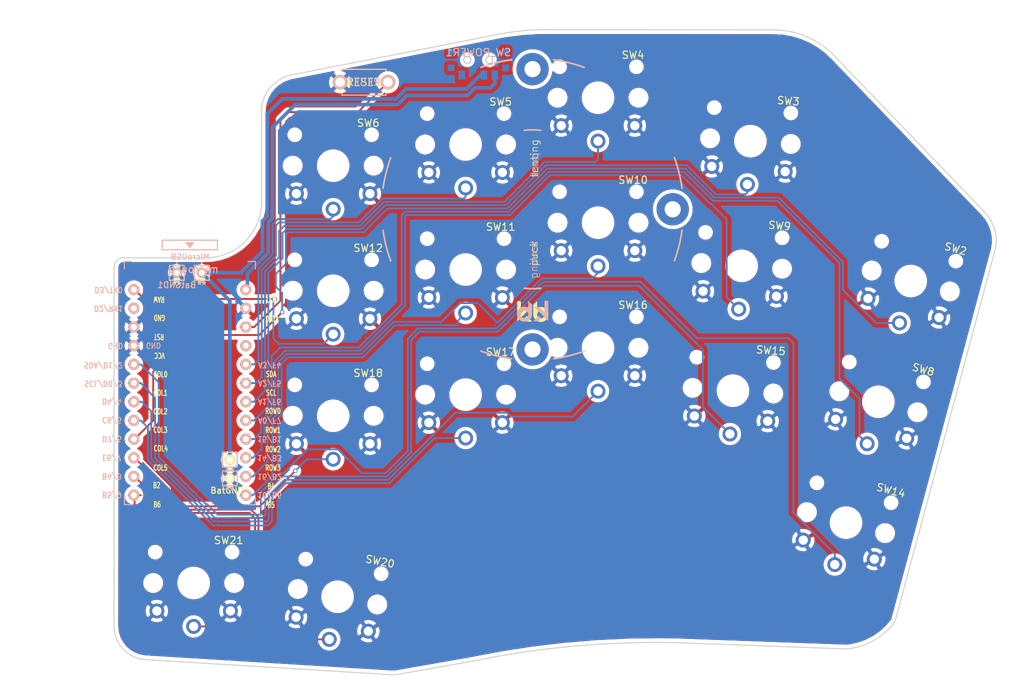
<source format=kicad_pcb>
(kicad_pcb (version 20171130) (host pcbnew 5.1.10)
  (title_block (title hypergolic) (date 2020-12-26) (rev 0.1) (company broomlabs))
  (layers (0 F.Cu signal) (31 B.Cu signal) (34 B.Paste user) (35 F.Paste user) (36 B.SilkS user) (37 F.SilkS user) (38 B.Mask user) (39 F.Mask user) (44 Edge.Cuts user))
  (net 0 "")
  (net 1 reset)
  (net 2 BT+)
  (net 3 gnd)
  (net 4 vcc)
  (net 5 Switch18)
  (net 6 Switch1)
  (net 7 Switch2)
  (net 8 Switch3)
  (net 9 Switch4)
  (net 10 Switch5)
  (net 11 Switch6)
  (net 12 Switch7)
  (net 13 Switch8)
  (net 14 Switch9)
  (net 15 Switch10)
  (net 16 Switch11)
  (net 17 Switch12)
  (net 18 Switch13)
  (net 19 Switch14)
  (net 20 Switch15)
  (net 21 Switch16)
  (net 22 Switch17)
  (net 23 "Net-(SW_POWER1-Pad1)")
  (net 24 raw)
  (module Kailh:SW_PG1350_rev_DPB (layer B.Cu) (at 59.26 75.064 180)
    (fp_text reference SW18 hide)
    (fp_text value SW_Push hide)
    (fp_text user %R (at -4.76 5.8) (layer F.SilkS))
    (pad "" np_thru_hole circle (at -5.5 0 180) (size 1.7018 1.7018) (drill 1.7018) (layers *.Cu *.Mask))
    (pad "" np_thru_hole circle (at 5.5 0 180) (size 1.7018 1.7018) (drill 1.7018) (layers *.Cu *.Mask))
    (pad "" np_thru_hole circle (at 5.22 4.2 180) (size 0.9906 0.9906) (drill 0.9906) (layers *.Cu *.Mask))
    (pad 1 thru_hole circle (at 0 -5.9 180) (size 2.032 2.032) (drill 1.27) (layers *.Cu *.Mask) (net 20 Switch15))
    (pad 2 thru_hole circle (at -5 -3.8 180) (size 2.032 2.032) (drill 1.27) (layers *.Cu *.Mask) (net 3 gnd))
    (pad "" np_thru_hole circle (at 0 0 180) (size 3.429 3.429) (drill 3.429) (layers *.Cu *.Mask))
    (pad 2 thru_hole circle (at 5 -3.8 180) (size 2.032 2.032) (drill 1.27) (layers *.Cu *.Mask) (net 3 gnd))
    (pad "" np_thru_hole circle (at -5.22 4.2 180) (size 0.9906 0.9906) (drill 0.9906) (layers *.Cu *.Mask))
  )
  (module Kailh:SW_PG1350_rev_DPB (layer B.Cu) (at 115.9747 37.7256 176)
    (fp_text reference SW3 hide)
    (fp_text value SW_Push hide)
    (fp_text user %R (at -4.76 5.8 356) (layer F.SilkS))
    (pad "" np_thru_hole circle (at -5.5 0 176) (size 1.7018 1.7018) (drill 1.7018) (layers *.Cu *.Mask))
    (pad "" np_thru_hole circle (at 5.5 0 176) (size 1.7018 1.7018) (drill 1.7018) (layers *.Cu *.Mask))
    (pad "" np_thru_hole circle (at 5.22 4.2 176) (size 0.9906 0.9906) (drill 0.9906) (layers *.Cu *.Mask))
    (pad 1 thru_hole circle (at 0 -5.9 176) (size 2.032 2.032) (drill 1.27) (layers *.Cu *.Mask) (net 7 Switch2))
    (pad 2 thru_hole circle (at -5 -3.8 176) (size 2.032 2.032) (drill 1.27) (layers *.Cu *.Mask) (net 3 gnd))
    (pad "" np_thru_hole circle (at 0 0 176) (size 3.429 3.429) (drill 3.429) (layers *.Cu *.Mask))
    (pad 2 thru_hole circle (at 5 -3.8 176) (size 2.032 2.032) (drill 1.27) (layers *.Cu *.Mask) (net 3 gnd))
    (pad "" np_thru_hole circle (at -5.22 4.2 176) (size 0.9906 0.9906) (drill 0.9906) (layers *.Cu *.Mask))
  )
  (module Kailh:SW_PG1350_rev_DPB (layer B.Cu) (at 59.26 58.064 180)
    (fp_text reference SW12 hide)
    (fp_text value SW_Push hide)
    (fp_text user %R (at -4.76 5.8) (layer F.SilkS))
    (pad "" np_thru_hole circle (at -5.5 0 180) (size 1.7018 1.7018) (drill 1.7018) (layers *.Cu *.Mask))
    (pad "" np_thru_hole circle (at 5.5 0 180) (size 1.7018 1.7018) (drill 1.7018) (layers *.Cu *.Mask))
    (pad "" np_thru_hole circle (at 5.22 4.2 180) (size 0.9906 0.9906) (drill 0.9906) (layers *.Cu *.Mask))
    (pad 1 thru_hole circle (at 0 -5.9 180) (size 2.032 2.032) (drill 1.27) (layers *.Cu *.Mask) (net 15 Switch10))
    (pad 2 thru_hole circle (at -5 -3.8 180) (size 2.032 2.032) (drill 1.27) (layers *.Cu *.Mask) (net 3 gnd))
    (pad "" np_thru_hole circle (at 0 0 180) (size 3.429 3.429) (drill 3.429) (layers *.Cu *.Mask))
    (pad 2 thru_hole circle (at 5 -3.8 180) (size 2.032 2.032) (drill 1.27) (layers *.Cu *.Mask) (net 3 gnd))
    (pad "" np_thru_hole circle (at -5.22 4.2 180) (size 0.9906 0.9906) (drill 0.9906) (layers *.Cu *.Mask))
  )
  (module Kailh:SW_PG1350_rev_DPB (layer B.Cu) (at 40.294 97.79 180)
    (fp_text reference SW21 hide)
    (fp_text value SW_Push hide)
    (fp_text user %R (at -4.76 5.8) (layer F.SilkS))
    (pad "" np_thru_hole circle (at -5.5 0 180) (size 1.7018 1.7018) (drill 1.7018) (layers *.Cu *.Mask))
    (pad "" np_thru_hole circle (at 5.5 0 180) (size 1.7018 1.7018) (drill 1.7018) (layers *.Cu *.Mask))
    (pad "" np_thru_hole circle (at 5.22 4.2 180) (size 0.9906 0.9906) (drill 0.9906) (layers *.Cu *.Mask))
    (pad 1 thru_hole circle (at 0 -5.9 180) (size 2.032 2.032) (drill 1.27) (layers *.Cu *.Mask) (net 22 Switch17))
    (pad 2 thru_hole circle (at -5 -3.8 180) (size 2.032 2.032) (drill 1.27) (layers *.Cu *.Mask) (net 3 gnd))
    (pad "" np_thru_hole circle (at 0 0 180) (size 3.429 3.429) (drill 3.429) (layers *.Cu *.Mask))
    (pad 2 thru_hole circle (at 5 -3.8 180) (size 2.032 2.032) (drill 1.27) (layers *.Cu *.Mask) (net 3 gnd))
    (pad "" np_thru_hole circle (at -5.22 4.2 180) (size 0.9906 0.9906) (drill 0.9906) (layers *.Cu *.Mask))
  )
  (module Kailh:SW_PG1350_rev_DPB (layer B.Cu) (at 59.852 99.658 169)
    (fp_text reference SW20 hide)
    (fp_text value SW_Push hide)
    (fp_text user %R (at -4.76 5.8 349) (layer F.SilkS))
    (pad "" np_thru_hole circle (at -5.5 0 169) (size 1.7018 1.7018) (drill 1.7018) (layers *.Cu *.Mask))
    (pad "" np_thru_hole circle (at 5.5 0 169) (size 1.7018 1.7018) (drill 1.7018) (layers *.Cu *.Mask))
    (pad "" np_thru_hole circle (at 5.22 4.2 169) (size 0.9906 0.9906) (drill 0.9906) (layers *.Cu *.Mask))
    (pad 1 thru_hole circle (at 0 -5.9 169) (size 2.032 2.032) (drill 1.27) (layers *.Cu *.Mask) (net 21 Switch16))
    (pad 2 thru_hole circle (at -5 -3.8 169) (size 2.032 2.032) (drill 1.27) (layers *.Cu *.Mask) (net 3 gnd))
    (pad "" np_thru_hole circle (at 0 0 169) (size 3.429 3.429) (drill 3.429) (layers *.Cu *.Mask))
    (pad 2 thru_hole circle (at 5 -3.8 169) (size 2.032 2.032) (drill 1.27) (layers *.Cu *.Mask) (net 3 gnd))
    (pad "" np_thru_hole circle (at -5.22 4.2 169) (size 0.9906 0.9906) (drill 0.9906) (layers *.Cu *.Mask))
  )
  (module Kailh:SW_PG1350_rev_DPB (layer B.Cu) (at 77.26 72.189 180)
    (fp_text reference SW17 hide)
    (fp_text value SW_Push hide)
    (fp_text user %R (at -4.76 5.8) (layer F.SilkS))
    (pad "" np_thru_hole circle (at -5.5 0 180) (size 1.7018 1.7018) (drill 1.7018) (layers *.Cu *.Mask))
    (pad "" np_thru_hole circle (at 5.5 0 180) (size 1.7018 1.7018) (drill 1.7018) (layers *.Cu *.Mask))
    (pad "" np_thru_hole circle (at 5.22 4.2 180) (size 0.9906 0.9906) (drill 0.9906) (layers *.Cu *.Mask))
    (pad 1 thru_hole circle (at 0 -5.9 180) (size 2.032 2.032) (drill 1.27) (layers *.Cu *.Mask) (net 19 Switch14))
    (pad 2 thru_hole circle (at -5 -3.8 180) (size 2.032 2.032) (drill 1.27) (layers *.Cu *.Mask) (net 3 gnd))
    (pad "" np_thru_hole circle (at 0 0 180) (size 3.429 3.429) (drill 3.429) (layers *.Cu *.Mask))
    (pad 2 thru_hole circle (at 5 -3.8 180) (size 2.032 2.032) (drill 1.27) (layers *.Cu *.Mask) (net 3 gnd))
    (pad "" np_thru_hole circle (at -5.22 4.2 180) (size 0.9906 0.9906) (drill 0.9906) (layers *.Cu *.Mask))
  )
  (module Kailh:SW_PG1350_rev_DPB (layer B.Cu) (at 95.26 65.814 180)
    (fp_text reference SW16 hide)
    (fp_text value SW_Push hide)
    (fp_text user %R (at -4.76 5.8) (layer F.SilkS))
    (pad "" np_thru_hole circle (at -5.5 0 180) (size 1.7018 1.7018) (drill 1.7018) (layers *.Cu *.Mask))
    (pad "" np_thru_hole circle (at 5.5 0 180) (size 1.7018 1.7018) (drill 1.7018) (layers *.Cu *.Mask))
    (pad "" np_thru_hole circle (at 5.22 4.2 180) (size 0.9906 0.9906) (drill 0.9906) (layers *.Cu *.Mask))
    (pad 1 thru_hole circle (at 0 -5.9 180) (size 2.032 2.032) (drill 1.27) (layers *.Cu *.Mask) (net 18 Switch13))
    (pad 2 thru_hole circle (at -5 -3.8 180) (size 2.032 2.032) (drill 1.27) (layers *.Cu *.Mask) (net 3 gnd))
    (pad "" np_thru_hole circle (at 0 0 180) (size 3.429 3.429) (drill 3.429) (layers *.Cu *.Mask))
    (pad 2 thru_hole circle (at 5 -3.8 180) (size 2.032 2.032) (drill 1.27) (layers *.Cu *.Mask) (net 3 gnd))
    (pad "" np_thru_hole circle (at -5.22 4.2 180) (size 0.9906 0.9906) (drill 0.9906) (layers *.Cu *.Mask))
  )
  (module Kailh:SW_PG1350_rev_DPB (layer B.Cu) (at 113.6027 71.6477 176)
    (fp_text reference SW15 hide)
    (fp_text value SW_Push hide)
    (fp_text user %R (at -4.76 5.8 356) (layer F.SilkS))
    (pad "" np_thru_hole circle (at -5.5 0 176) (size 1.7018 1.7018) (drill 1.7018) (layers *.Cu *.Mask))
    (pad "" np_thru_hole circle (at 5.5 0 176) (size 1.7018 1.7018) (drill 1.7018) (layers *.Cu *.Mask))
    (pad "" np_thru_hole circle (at 5.22 4.2 176) (size 0.9906 0.9906) (drill 0.9906) (layers *.Cu *.Mask))
    (pad 1 thru_hole circle (at 0 -5.9 176) (size 2.032 2.032) (drill 1.27) (layers *.Cu *.Mask) (net 17 Switch12))
    (pad 2 thru_hole circle (at -5 -3.8 176) (size 2.032 2.032) (drill 1.27) (layers *.Cu *.Mask) (net 3 gnd))
    (pad "" np_thru_hole circle (at 0 0 176) (size 3.429 3.429) (drill 3.429) (layers *.Cu *.Mask))
    (pad 2 thru_hole circle (at 5 -3.8 176) (size 2.032 2.032) (drill 1.27) (layers *.Cu *.Mask) (net 3 gnd))
    (pad "" np_thru_hole circle (at -5.22 4.2 176) (size 0.9906 0.9906) (drill 0.9906) (layers *.Cu *.Mask))
  )
  (module Kailh:SW_PG1350_rev_DPB (layer B.Cu) (at 77.26 55.184 180)
    (fp_text reference SW11 hide)
    (fp_text value SW_Push hide)
    (fp_text user %R (at -4.76 5.8) (layer F.SilkS))
    (pad "" np_thru_hole circle (at -5.5 0 180) (size 1.7018 1.7018) (drill 1.7018) (layers *.Cu *.Mask))
    (pad "" np_thru_hole circle (at 5.5 0 180) (size 1.7018 1.7018) (drill 1.7018) (layers *.Cu *.Mask))
    (pad "" np_thru_hole circle (at 5.22 4.2 180) (size 0.9906 0.9906) (drill 0.9906) (layers *.Cu *.Mask))
    (pad 1 thru_hole circle (at 0 -5.9 180) (size 2.032 2.032) (drill 1.27) (layers *.Cu *.Mask) (net 14 Switch9))
    (pad 2 thru_hole circle (at -5 -3.8 180) (size 2.032 2.032) (drill 1.27) (layers *.Cu *.Mask) (net 3 gnd))
    (pad "" np_thru_hole circle (at 0 0 180) (size 3.429 3.429) (drill 3.429) (layers *.Cu *.Mask))
    (pad 2 thru_hole circle (at 5 -3.8 180) (size 2.032 2.032) (drill 1.27) (layers *.Cu *.Mask) (net 3 gnd))
    (pad "" np_thru_hole circle (at -5.22 4.2 180) (size 0.9906 0.9906) (drill 0.9906) (layers *.Cu *.Mask))
  )
  (module Kailh:SW_PG1350_rev_DPB (layer B.Cu) (at 95.26 48.814 180)
    (fp_text reference SW10 hide)
    (fp_text value SW_Push hide)
    (fp_text user %R (at -4.76 5.8) (layer F.SilkS))
    (pad "" np_thru_hole circle (at -5.5 0 180) (size 1.7018 1.7018) (drill 1.7018) (layers *.Cu *.Mask))
    (pad "" np_thru_hole circle (at 5.5 0 180) (size 1.7018 1.7018) (drill 1.7018) (layers *.Cu *.Mask))
    (pad "" np_thru_hole circle (at 5.22 4.2 180) (size 0.9906 0.9906) (drill 0.9906) (layers *.Cu *.Mask))
    (pad 1 thru_hole circle (at 0 -5.9 180) (size 2.032 2.032) (drill 1.27) (layers *.Cu *.Mask) (net 13 Switch8))
    (pad 2 thru_hole circle (at -5 -3.8 180) (size 2.032 2.032) (drill 1.27) (layers *.Cu *.Mask) (net 3 gnd))
    (pad "" np_thru_hole circle (at 0 0 180) (size 3.429 3.429) (drill 3.429) (layers *.Cu *.Mask))
    (pad 2 thru_hole circle (at 5 -3.8 180) (size 2.032 2.032) (drill 1.27) (layers *.Cu *.Mask) (net 3 gnd))
    (pad "" np_thru_hole circle (at -5.22 4.2 180) (size 0.9906 0.9906) (drill 0.9906) (layers *.Cu *.Mask))
  )
  (module Kailh:SW_PG1350_rev_DPB (layer B.Cu) (at 114.7889 54.6842 176)
    (fp_text reference SW9 hide)
    (fp_text value SW_Push hide)
    (fp_text user %R (at -4.76 5.8 356) (layer F.SilkS))
    (pad "" np_thru_hole circle (at -5.5 0 176) (size 1.7018 1.7018) (drill 1.7018) (layers *.Cu *.Mask))
    (pad "" np_thru_hole circle (at 5.5 0 176) (size 1.7018 1.7018) (drill 1.7018) (layers *.Cu *.Mask))
    (pad "" np_thru_hole circle (at 5.22 4.2 176) (size 0.9906 0.9906) (drill 0.9906) (layers *.Cu *.Mask))
    (pad 1 thru_hole circle (at 0 -5.9 176) (size 2.032 2.032) (drill 1.27) (layers *.Cu *.Mask) (net 12 Switch7))
    (pad 2 thru_hole circle (at -5 -3.8 176) (size 2.032 2.032) (drill 1.27) (layers *.Cu *.Mask) (net 3 gnd))
    (pad "" np_thru_hole circle (at 0 0 176) (size 3.429 3.429) (drill 3.429) (layers *.Cu *.Mask))
    (pad 2 thru_hole circle (at 5 -3.8 176) (size 2.032 2.032) (drill 1.27) (layers *.Cu *.Mask) (net 3 gnd))
    (pad "" np_thru_hole circle (at -5.22 4.2 176) (size 0.9906 0.9906) (drill 0.9906) (layers *.Cu *.Mask))
  )
  (module Kailh:SW_PG1350_rev_DPB (layer B.Cu) (at 59.26 41.064 180)
    (fp_text reference SW6 hide)
    (fp_text value SW_Push hide)
    (fp_text user %R (at -4.76 5.8) (layer F.SilkS))
    (pad "" np_thru_hole circle (at -5.5 0 180) (size 1.7018 1.7018) (drill 1.7018) (layers *.Cu *.Mask))
    (pad "" np_thru_hole circle (at 5.5 0 180) (size 1.7018 1.7018) (drill 1.7018) (layers *.Cu *.Mask))
    (pad "" np_thru_hole circle (at 5.22 4.2 180) (size 0.9906 0.9906) (drill 0.9906) (layers *.Cu *.Mask))
    (pad 1 thru_hole circle (at 0 -5.9 180) (size 2.032 2.032) (drill 1.27) (layers *.Cu *.Mask) (net 10 Switch5))
    (pad 2 thru_hole circle (at -5 -3.8 180) (size 2.032 2.032) (drill 1.27) (layers *.Cu *.Mask) (net 3 gnd))
    (pad "" np_thru_hole circle (at 0 0 180) (size 3.429 3.429) (drill 3.429) (layers *.Cu *.Mask))
    (pad 2 thru_hole circle (at 5 -3.8 180) (size 2.032 2.032) (drill 1.27) (layers *.Cu *.Mask) (net 3 gnd))
    (pad "" np_thru_hole circle (at -5.22 4.2 180) (size 0.9906 0.9906) (drill 0.9906) (layers *.Cu *.Mask))
  )
  (module Kailh:SW_PG1350_rev_DPB (layer B.Cu) (at 77.26 38.184 180)
    (fp_text reference SW5 hide)
    (fp_text value SW_Push hide)
    (fp_text user %R (at -4.76 5.8) (layer F.SilkS))
    (pad "" np_thru_hole circle (at -5.5 0 180) (size 1.7018 1.7018) (drill 1.7018) (layers *.Cu *.Mask))
    (pad "" np_thru_hole circle (at 5.5 0 180) (size 1.7018 1.7018) (drill 1.7018) (layers *.Cu *.Mask))
    (pad "" np_thru_hole circle (at 5.22 4.2 180) (size 0.9906 0.9906) (drill 0.9906) (layers *.Cu *.Mask))
    (pad 1 thru_hole circle (at 0 -5.9 180) (size 2.032 2.032) (drill 1.27) (layers *.Cu *.Mask) (net 9 Switch4))
    (pad 2 thru_hole circle (at -5 -3.8 180) (size 2.032 2.032) (drill 1.27) (layers *.Cu *.Mask) (net 3 gnd))
    (pad "" np_thru_hole circle (at 0 0 180) (size 3.429 3.429) (drill 3.429) (layers *.Cu *.Mask))
    (pad 2 thru_hole circle (at 5 -3.8 180) (size 2.032 2.032) (drill 1.27) (layers *.Cu *.Mask) (net 3 gnd))
    (pad "" np_thru_hole circle (at -5.22 4.2 180) (size 0.9906 0.9906) (drill 0.9906) (layers *.Cu *.Mask))
  )
  (module Kailh:SW_PG1350_rev_DPB (layer B.Cu) (at 95.26 31.824 180)
    (fp_text reference SW4 hide)
    (fp_text value SW_Push hide)
    (fp_text user %R (at -4.76 5.8) (layer F.SilkS))
    (pad "" np_thru_hole circle (at -5.5 0 180) (size 1.7018 1.7018) (drill 1.7018) (layers *.Cu *.Mask))
    (pad "" np_thru_hole circle (at 5.5 0 180) (size 1.7018 1.7018) (drill 1.7018) (layers *.Cu *.Mask))
    (pad "" np_thru_hole circle (at 5.22 4.2 180) (size 0.9906 0.9906) (drill 0.9906) (layers *.Cu *.Mask))
    (pad 1 thru_hole circle (at 0 -5.9 180) (size 2.032 2.032) (drill 1.27) (layers *.Cu *.Mask) (net 8 Switch3))
    (pad 2 thru_hole circle (at -5 -3.8 180) (size 2.032 2.032) (drill 1.27) (layers *.Cu *.Mask) (net 3 gnd))
    (pad "" np_thru_hole circle (at 0 0 180) (size 3.429 3.429) (drill 3.429) (layers *.Cu *.Mask))
    (pad 2 thru_hole circle (at 5 -3.8 180) (size 2.032 2.032) (drill 1.27) (layers *.Cu *.Mask) (net 3 gnd))
    (pad "" np_thru_hole circle (at -5.22 4.2 180) (size 0.9906 0.9906) (drill 0.9906) (layers *.Cu *.Mask))
  )
  (module kbd:1pin_conn (layer F.Cu) (at 45.212 81.026)
    (fp_text reference ** (at 0 1.651) (layer F.SilkS) (effects (font (size 0.8128 0.8128))))
    (fp_text value Val** hide)
    (fp_text user ** (at 0 1.651) (layer B.SilkS) (effects (font (size 0.8128 0.8128)) (justify mirror)))
    (pad 1 thru_hole circle (at 0 0) (size 1.397 1.397) (drill 0.8128) (layers *.Cu *.Mask F.SilkS) (net 2 BT+))
  )
  (module kbd:1pin_conn (layer F.Cu) (at 45.212 83.566)
    (fp_text reference BatGND1 (at 0 1.651) (layer F.SilkS) (effects (font (size 0.8128 0.8128))))
    (fp_text value MountingHole_Pad hide)
    (fp_text user ** (at 0 1.651) (layer B.SilkS) (effects (font (size 0.8128 0.8128)) (justify mirror)))
    (pad 1 thru_hole circle (at 0 0) (size 1.397 1.397) (drill 0.8128) (layers *.Cu *.Mask F.SilkS) (net 3 gnd))
  )
  (module kbd:ProMicro_DPB (layer B.Cu) (at 39.778 72.39 180)
    (fp_text reference U1 hide)
    (fp_text value ProMicro-kbd hide)
    (fp_text user MicroUSB (at -0.05 18.95) (layer B.SilkS) (effects (font (size 0.75 0.75) (thickness 0.12)) (justify mirror)))
    (fp_text user B4/8 (at 10.605 -10.9 180 unlocked) (layer B.SilkS) (effects (font (size 0.75 0.67) (thickness 0.125)) (justify mirror)))
    (fp_text user D2/RX1 (at 11.055 11.9 180 unlocked) (layer B.SilkS) (effects (font (size 0.75 0.67) (thickness 0.125)) (justify mirror)))
    (fp_text user B5/9 (at 10.605 -13.4 180 unlocked) (layer B.SilkS) (effects (font (size 0.75 0.67) (thickness 0.125)) (justify mirror)))
    (fp_text user C6/5 (at 10.605 -3.25 180 unlocked) (layer B.SilkS) (effects (font (size 0.75 0.67) (thickness 0.125)) (justify mirror)))
    (fp_text user SCL/D0/3 (at 11.755 1.7 180 unlocked) (layer B.SilkS) (effects (font (size 0.75 0.67) (thickness 0.125)) (justify mirror)))
    (fp_text user SDA/D1/2 (at 11.755 4.2 180 unlocked) (layer B.SilkS) (effects (font (size 0.75 0.67) (thickness 0.125)) (justify mirror)))
    (fp_text user D4/4 (at 10.605 -0.7 180 unlocked) (layer B.SilkS) (effects (font (size 0.75 0.67) (thickness 0.125)) (justify mirror)))
    (fp_text user D3/TX0 (at 11.055 14.45 180 unlocked) (layer B.SilkS) (effects (font (size 0.75 0.67) (thickness 0.125)) (justify mirror)))
    (fp_text user GND (at 4.955 6.9 180 unlocked) (layer B.SilkS) (effects (font (size 0.75 0.67) (thickness 0.125)) (justify mirror)))
    (fp_text user GND (at 10.105 6.85 180 unlocked) (layer B.SilkS) (effects (font (size 0.75 0.67) (thickness 0.125)) (justify mirror)))
    (fp_text user D7/6 (at 10.605 -5.8 180 unlocked) (layer B.SilkS) (effects (font (size 0.75 0.67) (thickness 0.125)) (justify mirror)))
    (fp_text user E6/7 (at 10.605 -8.35 180 unlocked) (layer B.SilkS) (effects (font (size 0.75 0.67) (thickness 0.125)) (justify mirror)))
    (fp_text user 16/B2 (at -10.845 -10.95 180 unlocked) (layer B.SilkS) (effects (font (size 0.75 0.67) (thickness 0.125)) (justify mirror)))
    (fp_text user 10/B6 (at -10.845 -13.45 180 unlocked) (layer B.SilkS) (effects (font (size 0.75 0.67) (thickness 0.125)) (justify mirror)))
    (fp_text user 14/B3 (at -10.845 -8.4 180 unlocked) (layer B.SilkS) (effects (font (size 0.75 0.67) (thickness 0.125)) (justify mirror)))
    (fp_text user 15/B1 (at -10.845 -5.85 180 unlocked) (layer B.SilkS) (effects (font (size 0.75 0.67) (thickness 0.125)) (justify mirror)))
    (fp_text user A0/F7 (at -10.845 -3.3 180 unlocked) (layer B.SilkS) (effects (font (size 0.75 0.67) (thickness 0.125)) (justify mirror)))
    (fp_text user A1/F6 (at -10.845 -0.75 180 unlocked) (layer B.SilkS) (effects (font (size 0.75 0.67) (thickness 0.125)) (justify mirror)))
    (fp_text user A2/F5 (at -10.845 1.75 180 unlocked) (layer B.SilkS) (effects (font (size 0.75 0.67) (thickness 0.125)) (justify mirror)))
    (fp_text user A3/F4 (at -10.845 4.25 180 unlocked) (layer B.SilkS) (effects (font (size 0.75 0.67) (thickness 0.125)) (justify mirror)))
    (fp_text user VCC (at 4.1275 5.5245 180 unlocked) (layer F.SilkS) (effects (font (size 0.75 0.5) (thickness 0.125))))
    (fp_text user RST (at 4.191 8.0645 180 unlocked) (layer F.SilkS) (effects (font (size 0.75 0.5) (thickness 0.125))))
    (fp_text user GND (at 4.1275 10.668 180 unlocked) (layer F.SilkS) (effects (font (size 0.75 0.5) (thickness 0.125))))
    (fp_text user RAW (at 4.191 13.1445 180 unlocked) (layer F.SilkS) (effects (font (size 0.75 0.5) (thickness 0.125))))
    (fp_text user "" (at -0.545 17.4) (layer B.SilkS) (effects (justify mirror)))
    (fp_text user "" (at -1.2515 16.256) (layer F.SilkS))
    (fp_text user ROW1 (at -11.3 -4.6355) (layer F.SilkS) (effects (font (size 0.75 0.5) (thickness 0.125))))
    (fp_text user COL4 (at 3.95 -7.112) (layer F.SilkS) (effects (font (size 0.75 0.5) (thickness 0.125))))
    (fp_text user ROW2 (at -11.3 -7.239) (layer F.SilkS) (effects (font (size 0.75 0.5) (thickness 0.125))))
    (fp_text user COL5 (at 4 -9.75) (layer F.SilkS) (effects (font (size 0.75 0.5) (thickness 0.125))))
    (fp_text user ROW3 (at -11.3 -9.75) (layer F.SilkS) (effects (font (size 0.75 0.5) (thickness 0.125))))
    (fp_text user B2 (at 4.5085 -12.1285) (layer F.SilkS) (effects (font (size 0.75 0.5) (thickness 0.125))))
    (fp_text user B4 (at -11.049 -12.2555) (layer F.SilkS) (effects (font (size 0.75 0.5) (thickness 0.125))))
    (fp_text user B5 (at -11.049 -14.7955) (layer F.SilkS) (effects (font (size 0.75 0.5) (thickness 0.125))))
    (fp_text user B6 (at 4.445 -14.732) (layer F.SilkS) (effects (font (size 0.75 0.5) (thickness 0.125))))
    (fp_text user COL0 (at 4 2.95) (layer F.SilkS) (effects (font (size 0.75 0.5) (thickness 0.125))))
    (fp_text user SDA (at -11.049 2.9845) (layer F.SilkS) (effects (font (size 0.75 0.5) (thickness 0.125))))
    (fp_text user COL1 (at 4 0.4445) (layer F.SilkS) (effects (font (size 0.75 0.5) (thickness 0.125))))
    (fp_text user SCL (at -11.049 0.4445) (layer F.SilkS) (effects (font (size 0.75 0.5) (thickness 0.125))))
    (fp_text user COL2 (at 4 -2.1) (layer F.SilkS) (effects (font (size 0.75 0.5) (thickness 0.125))))
    (fp_text user ROW0 (at -11.3 -2.032) (layer F.SilkS) (effects (font (size 0.75 0.5) (thickness 0.125))))
    (fp_text user COL3 (at 4 -4.6) (layer F.SilkS) (effects (font (size 0.75 0.5) (thickness 0.125))))
    (fp_text user DATA (at -11.2 10.5) (layer F.SilkS) (effects (font (size 0.75 0.5) (thickness 0.125))))
    (fp_text user LED (at -11.049 13.1445) (layer F.SilkS) (effects (font (size 0.75 0.5) (thickness 0.125))))
    (fp_text user | (at -1.2065 16.256) (layer F.SilkS))
    (fp_text user microusb (at -0.5 17.25) (layer B.SilkS) (effects (justify mirror)))
    (pad 1 thru_hole circle (at 7.6114 14.478 180) (size 1.524 1.524) (drill 0.8128) (layers *.Cu *.Mask B.SilkS) (net 15 Switch10))
    (pad 2 thru_hole circle (at 7.6114 11.938 180) (size 1.524 1.524) (drill 0.8128) (layers *.Cu *.Mask B.SilkS) (net 5 Switch18))
    (pad 3 thru_hole circle (at 7.6114 9.398 180) (size 1.524 1.524) (drill 0.8128) (layers *.Cu *.Mask B.SilkS) (net 3 gnd))
    (pad 4 thru_hole circle (at 7.6114 6.858 180) (size 1.524 1.524) (drill 0.8128) (layers *.Cu *.Mask B.SilkS) (net 3 gnd))
    (pad 5 thru_hole circle (at 7.6114 4.318 180) (size 1.524 1.524) (drill 0.8128) (layers *.Cu *.Mask B.SilkS) (net 16 Switch11))
    (pad 6 thru_hole circle (at 7.6114 1.778 180) (size 1.524 1.524) (drill 0.8128) (layers *.Cu *.Mask B.SilkS) (net 17 Switch12))
    (pad 7 thru_hole circle (at 7.6114 -0.762 180) (size 1.524 1.524) (drill 0.8128) (layers *.Cu *.Mask B.SilkS) (net 18 Switch13))
    (pad 8 thru_hole circle (at 7.6114 -3.302 180) (size 1.524 1.524) (drill 0.8128) (layers *.Cu *.Mask B.SilkS) (net 19 Switch14))
    (pad 9 thru_hole circle (at 7.6114 -5.842 180) (size 1.524 1.524) (drill 0.8128) (layers *.Cu *.Mask B.SilkS) (net 6 Switch1))
    (pad 10 thru_hole circle (at 7.6114 -8.382 180) (size 1.524 1.524) (drill 0.8128) (layers *.Cu *.Mask B.SilkS) (net 20 Switch15))
    (pad 11 thru_hole circle (at 7.6114 -10.922 180) (size 1.524 1.524) (drill 0.8128) (layers *.Cu *.Mask B.SilkS) (net 21 Switch16))
    (pad 12 thru_hole circle (at 7.6114 -13.462 180) (size 1.524 1.524) (drill 0.8128) (layers *.Cu *.Mask B.SilkS) (net 22 Switch17))
    (pad 13 thru_hole circle (at -7.6086 -13.462 180) (size 1.524 1.524) (drill 0.8128) (layers *.Cu *.Mask B.SilkS) (net 14 Switch9))
    (pad 14 thru_hole circle (at -7.6086 -10.922 180) (size 1.524 1.524) (drill 0.8128) (layers *.Cu *.Mask B.SilkS) (net 13 Switch8))
    (pad 15 thru_hole circle (at -7.6086 -8.382 180) (size 1.524 1.524) (drill 0.8128) (layers *.Cu *.Mask B.SilkS) (net 12 Switch7))
    (pad 16 thru_hole circle (at -7.6086 -5.842 180) (size 1.524 1.524) (drill 0.8128) (layers *.Cu *.Mask B.SilkS) (net 11 Switch6))
    (pad 17 thru_hole circle (at -7.6086 -3.302 180) (size 1.524 1.524) (drill 0.8128) (layers *.Cu *.Mask B.SilkS) (net 7 Switch2))
    (pad 18 thru_hole circle (at -7.6086 -0.762 180) (size 1.524 1.524) (drill 0.8128) (layers *.Cu *.Mask B.SilkS) (net 8 Switch3))
    (pad 19 thru_hole circle (at -7.6086 1.778 180) (size 1.524 1.524) (drill 0.8128) (layers *.Cu *.Mask B.SilkS) (net 9 Switch4))
    (pad 20 thru_hole circle (at -7.6086 4.318 180) (size 1.524 1.524) (drill 0.8128) (layers *.Cu *.Mask B.SilkS) (net 10 Switch5))
    (pad 21 thru_hole circle (at -7.6086 6.858 180) (size 1.524 1.524) (drill 0.8128) (layers *.Cu *.Mask B.SilkS) (net 4 vcc))
    (pad 22 thru_hole circle (at -7.6086 9.398 180) (size 1.524 1.524) (drill 0.8128) (layers *.Cu *.Mask B.SilkS) (net 1 reset))
    (pad 23 thru_hole circle (at -7.6086 11.938 180) (size 1.524 1.524) (drill 0.8128) (layers *.Cu *.Mask B.SilkS) (net 3 gnd))
    (pad 24 thru_hole circle (at -7.6086 14.478 180) (size 1.524 1.524) (drill 0.8128) (layers *.Cu *.Mask B.SilkS) (net 24 raw))
  )
  (module kbd:1pin_conn (layer B.Cu) (at 41.402 55.626 180)
    (fp_text reference ** (at 0 -1.651) (layer B.SilkS) (effects (font (size 0.8128 0.8128)) (justify mirror)))
    (fp_text value Val** hide)
    (fp_text user ** (at 0 -1.651) (layer F.SilkS) (effects (font (size 0.8128 0.8128))))
    (pad 1 thru_hole circle (at 0 0 180) (size 1.397 1.397) (drill 0.8128) (layers *.Cu *.Mask B.SilkS) (net 2 BT+))
  )
  (module kbd:Tenting_Puck2-3 (layer B.Cu) (at 86.36 46.99 180)
    (fp_text reference REF**)
    (fp_text value "Tenting Puck")
    (fp_text user puck (at -0.1905 -6.0325 90 unlocked) (layer F.SilkS) (effects (font (thickness 0.1))))
    (fp_text user tenting (at -0.254 6.9215 270) (layer F.SilkS) (effects (font (thickness 0.1))))
    (fp_text user puck (at -0.254 6.0325 270) (layer B.SilkS) (effects (font (thickness 0.1)) (justify mirror)))
    (fp_text user tenting (at -0.1905 -6.858 270) (layer B.SilkS) (effects (font (thickness 0.1)) (justify mirror)))
    (pad 1 thru_hole circle (at -19.05 0 180) (size 4.4 4.4) (drill 2.2) (layers *.Cu *.Mask))
    (pad 1 thru_hole circle (at 0 -19.05 180) (size 4.4 4.4) (drill 2.2) (layers *.Cu *.Mask))
    (pad 1 thru_hole circle (at 0 19.05 180) (size 4.4 4.4) (drill 2.2) (layers *.Cu *.Mask))
  )
  (module Kailh:SW_PG1350_rev_DPB (layer B.Cu) (at 128.9675 89.5857 165)
    (fp_text reference SW14 hide)
    (fp_text value SW_Push hide)
    (fp_text user %R (at -4.76 5.8 345) (layer F.SilkS))
    (pad "" np_thru_hole circle (at -5.5 0 165) (size 1.7018 1.7018) (drill 1.7018) (layers *.Cu *.Mask))
    (pad "" np_thru_hole circle (at 5.5 0 165) (size 1.7018 1.7018) (drill 1.7018) (layers *.Cu *.Mask))
    (pad "" np_thru_hole circle (at 5.22 4.2 165) (size 0.9906 0.9906) (drill 0.9906) (layers *.Cu *.Mask))
    (pad 1 thru_hole circle (at 0 -5.9 165) (size 2.032 2.032) (drill 1.27) (layers *.Cu *.Mask) (net 16 Switch11))
    (pad 2 thru_hole circle (at -5 -3.8 165) (size 2.032 2.032) (drill 1.27) (layers *.Cu *.Mask) (net 3 gnd))
    (pad "" np_thru_hole circle (at 0 0 165) (size 3.429 3.429) (drill 3.429) (layers *.Cu *.Mask))
    (pad 2 thru_hole circle (at 5 -3.8 165) (size 2.032 2.032) (drill 1.27) (layers *.Cu *.Mask) (net 3 gnd))
    (pad "" np_thru_hole circle (at -5.22 4.2 165) (size 0.9906 0.9906) (drill 0.9906) (layers *.Cu *.Mask))
  )
  (module Kailh:SW_PG1350_rev_DPB (layer B.Cu) (at 133.3687 73.1601 165)
    (fp_text reference SW8 hide)
    (fp_text value SW_Push hide)
    (fp_text user %R (at -4.76 5.8 345) (layer F.SilkS))
    (pad "" np_thru_hole circle (at -5.5 0 165) (size 1.7018 1.7018) (drill 1.7018) (layers *.Cu *.Mask))
    (pad "" np_thru_hole circle (at 5.5 0 165) (size 1.7018 1.7018) (drill 1.7018) (layers *.Cu *.Mask))
    (pad "" np_thru_hole circle (at 5.22 4.2 165) (size 0.9906 0.9906) (drill 0.9906) (layers *.Cu *.Mask))
    (pad 1 thru_hole circle (at 0 -5.9 165) (size 2.032 2.032) (drill 1.27) (layers *.Cu *.Mask) (net 11 Switch6))
    (pad 2 thru_hole circle (at -5 -3.8 165) (size 2.032 2.032) (drill 1.27) (layers *.Cu *.Mask) (net 3 gnd))
    (pad "" np_thru_hole circle (at 0 0 165) (size 3.429 3.429) (drill 3.429) (layers *.Cu *.Mask))
    (pad 2 thru_hole circle (at 5 -3.8 165) (size 2.032 2.032) (drill 1.27) (layers *.Cu *.Mask) (net 3 gnd))
    (pad "" np_thru_hole circle (at -5.22 4.2 165) (size 0.9906 0.9906) (drill 0.9906) (layers *.Cu *.Mask))
  )
  (module Kailh:SW_PG1350_rev_DPB (layer B.Cu) (at 137.7686 56.7394 165)
    (fp_text reference SW2 hide)
    (fp_text value SW_Push hide)
    (fp_text user %R (at -4.76 5.8 345) (layer F.SilkS))
    (pad "" np_thru_hole circle (at -5.5 0 165) (size 1.7018 1.7018) (drill 1.7018) (layers *.Cu *.Mask))
    (pad "" np_thru_hole circle (at 5.5 0 165) (size 1.7018 1.7018) (drill 1.7018) (layers *.Cu *.Mask))
    (pad "" np_thru_hole circle (at 5.22 4.2 165) (size 0.9906 0.9906) (drill 0.9906) (layers *.Cu *.Mask))
    (pad 1 thru_hole circle (at 0 -5.9 165) (size 2.032 2.032) (drill 1.27) (layers *.Cu *.Mask) (net 6 Switch1))
    (pad 2 thru_hole circle (at -5 -3.8 165) (size 2.032 2.032) (drill 1.27) (layers *.Cu *.Mask) (net 3 gnd))
    (pad "" np_thru_hole circle (at 0 0 165) (size 3.429 3.429) (drill 3.429) (layers *.Cu *.Mask))
    (pad 2 thru_hole circle (at 5 -3.8 165) (size 2.032 2.032) (drill 1.27) (layers *.Cu *.Mask) (net 3 gnd))
    (pad "" np_thru_hole circle (at -5.22 4.2 165) (size 0.9906 0.9906) (drill 0.9906) (layers *.Cu *.Mask))
  )
  (module Kailh:SPDT_C128955 (layer B.Cu) (at 78.994 26.67 180)
    (fp_text reference SW_POWER1 (at 0 1) (layer B.SilkS) (effects (justify mirror)))
    (fp_text value SW_SPDT)
    (pad 0 smd rect (at -3.7 1.1 180) (size 0.9 0.9) (layers B.Cu B.Paste B.Mask))
    (pad 0 smd rect (at -3.7 -1.1 180) (size 0.9 0.9) (layers B.Cu B.Paste B.Mask))
    (pad 0 smd rect (at 3.7 -1.1 180) (size 0.9 0.9) (layers B.Cu B.Paste B.Mask))
    (pad 0 smd rect (at 3.7 1.1 180) (size 0.9 0.9) (layers B.Cu B.Paste B.Mask))
    (pad 1 smd rect (at 2.25 -2.075 180) (size 0.9 1.25) (layers B.Cu B.Paste B.Mask) (net 23 "Net-(SW_POWER1-Pad1)"))
    (pad 3 smd rect (at -2.25 -2.075 180) (size 0.9 1.25) (layers B.Cu B.Paste B.Mask) (net 24 raw))
    (pad 2 smd rect (at -0.75 -2.075 180) (size 0.9 1.25) (layers B.Cu B.Paste B.Mask) (net 2 BT+))
    (pad "" np_thru_hole circle (at -1.5 0 180) (size 1 1) (drill 0.9) (layers *.Cu *.Mask))
    (pad "" np_thru_hole circle (at 1.5 0 180) (size 1 1) (drill 0.9) (layers *.Cu *.Mask))
  )
  (module kbd:ResetSW (layer B.Cu) (at 63.448 29.718 180)
    (fp_text reference RSW1 hide)
    (fp_text value SW_Push)
    (fp_text user RESET (at 0 0) (layer B.SilkS) (effects (justify mirror)))
    (fp_text user RESET (at 0.127 0) (layer F.SilkS))
    (pad 2 thru_hole circle (at -3.25 0 180) (size 2 2) (drill 1.3) (layers *.Cu *.Mask B.SilkS) (net 1 reset))
    (pad 1 thru_hole circle (at 3.25 0 180) (size 2 2) (drill 1.3) (layers *.Cu *.Mask B.SilkS) (net 3 gnd))
  )
  (module kbd:1pin_conn (layer B.Cu) (at 37.998 55.626 180)
    (fp_text reference BatGND1 (at 0 -1.651) (layer B.SilkS) (effects (font (size 0.8128 0.8128)) (justify mirror)))
    (fp_text value MountingHole_Pad hide)
    (fp_text user ** (at 0 -1.651) (layer F.SilkS) (effects (font (size 0.8128 0.8128))))
    (pad 1 thru_hole circle (at 0 0 180) (size 1.397 1.397) (drill 0.8128) (layers *.Cu *.Mask B.SilkS) (net 3 gnd))
  )
  (gr_line (start 67.307187 110.265456) (end 33.71168 108.204) (layer Edge.Cuts) (width 0.15))
  (gr_line (start 77.978 108.458) (end 67.818 110.236) (layer Edge.Cuts) (width 0.15))
  (gr_arc (start 34.048381 103.632) (end 33.71168 108.204) (angle 85.78810506) (layer Edge.Cuts) (width 0.15))
  (gr_arc (start 67.466954 108.592186) (end 67.818 110.236) (angle 17.50894085) (layer Edge.Cuts) (width 0.15))
  (gr_arc (start 88.368079 58.96879) (end 80.226393 23.495399) (angle 14.16454563) (layer Edge.Cuts) (width 0.15))
  (gr_arc (start 103.100718 229.109279) (end 105.808454 105.899903) (angle -13.02135768) (layer Edge.Cuts) (width 0.15))
  (gr_line (start 29.464 103.632) (end 29.48 87.376) (angle 90) (layer Edge.Cuts) (width 0.15))
  (gr_line (start 89.154528 22.581567) (end 119.126 22.606) (angle 90) (layer Edge.Cuts) (width 0.15))
  (gr_line (start 129.042052 106.749617) (end 105.808454 105.899903) (layer Edge.Cuts) (width 0.15))
  (gr_arc (start 41.91 45.97261) (end 49.53 46.118151) (angle 90.81459567) (layer Edge.Cuts) (width 0.15))
  (gr_arc (start 54.627507 33.74391) (end 49.53 34.29) (angle 87.32605082) (layer Edge.Cuts) (width 0.15))
  (gr_arc (start 128.265602 97.688346) (end 135.631602 103.022346) (angle 49.19263052) (layer Edge.Cuts) (width 0.15))
  (gr_line (start 127.583515 26.34735) (end 147.746161 47.30532) (angle 90) (layer Edge.Cuts) (width 0.15))
  (gr_arc (start 143.805701 51.247296) (end 147.746161 47.30532) (angle 63.29582795) (layer Edge.Cuts) (width 0.15))
  (gr_line (start 49.53 46.118151) (end 49.53 34.29) (angle 90) (layer Edge.Cuts) (width 0.15))
  (gr_arc (start 30.75 54.854) (end 29.48 54.864) (angle 94.05555909) (layer Edge.Cuts) (width 0.15))
  (gr_arc (start 119.126 34.036) (end 119.126 22.606) (angle 47.72631099) (layer Edge.Cuts) (width 0.15))
  (gr_line (start 30.829844 53.586473) (end 41.656141 53.589771) (angle 90) (layer Edge.Cuts) (width 0.15))
  (gr_line (start 149.098 52.996) (end 135.631602 103.022346) (angle 90) (layer Edge.Cuts) (width 0.15))
  (gr_line (start 29.48 87.376) (end 29.48 54.864) (angle 90) (layer Edge.Cuts) (width 0.15))
  (gr_line (start 53.844201 28.67743) (end 80.226393 23.495399) (angle 90) (layer Edge.Cuts) (width 0.15))
  (segment (start 81.28 62.738) (end 81.279998 62.737998) (width 0.25) (layer B.Cu) (net 0))
  (segment (start 47.498 62.992) (end 46.6796 62.992) (width 0.25) (layer F.Cu) (net 1))
  (segment (start 48.514 62.992) (end 47.498 62.992) (width 0.25) (layer F.Cu) (net 1))
  (segment (start 52.085047 59.420953) (end 48.514 62.992) (width 0.25) (layer F.Cu) (net 1))
  (segment (start 52.085047 34.782953) (end 52.085047 59.420953) (width 0.25) (layer F.Cu) (net 1))
  (segment (start 53.086 33.782) (end 52.085047 34.782953) (width 0.25) (layer F.Cu) (net 1))
  (segment (start 62.634 33.782) (end 53.086 33.782) (width 0.25) (layer F.Cu) (net 1))
  (segment (start 66.698 29.718) (end 62.634 33.782) (width 0.25) (layer F.Cu) (net 1))
  (segment (start 79.273666 28.745) (end 79.744 28.745) (width 0.5) (layer B.Cu) (net 2))
  (segment (start 77.377333 30.641333) (end 79.273666 28.745) (width 0.5) (layer B.Cu) (net 2))
  (segment (start 69.140647 30.641333) (end 77.377333 30.641333) (width 0.5) (layer B.Cu) (net 2))
  (segment (start 52.34401 31.98399) (end 67.79799 31.98399) (width 0.5) (layer B.Cu) (net 2))
  (segment (start 50.292 34.036) (end 52.34401 31.98399) (width 0.5) (layer B.Cu) (net 2))
  (segment (start 49.621113 48.605114) (end 50.292 47.934227) (width 0.5) (layer B.Cu) (net 2))
  (segment (start 67.79799 31.98399) (end 69.140647 30.641333) (width 0.5) (layer B.Cu) (net 2))
  (segment (start 49.644426 48.628426) (end 49.621113 48.605114) (width 0.5) (layer B.Cu) (net 2))
  (segment (start 49.644426 52.692426) (end 49.644426 48.628426) (width 0.5) (layer B.Cu) (net 2))
  (segment (start 46.710852 55.626) (end 49.644426 52.692426) (width 0.5) (layer B.Cu) (net 2))
  (segment (start 50.292 47.934227) (end 50.292 34.036) (width 0.5) (layer B.Cu) (net 2))
  (segment (start 41.148 55.626) (end 46.710852 55.626) (width 0.5) (layer B.Cu) (net 2))
  (segment (start 41.402 55.626) (end 45.212 59.436) (width 0.5) (layer B.Cu) (net 2))
  (segment (start 45.212 59.436) (end 45.212 81.026) (width 0.5) (layer B.Cu) (net 2))
  (segment (start 51.460046 57.658) (end 51.460046 57.658) (width 0.25) (layer B.Cu) (net 6))
  (via (at 52.324 60.96) (size 0.6) (drill 0.4) (layers F.Cu B.Cu) (net 6))
  (segment (start 133.050103 62.438362) (end 136.241568 62.438362) (width 0.25) (layer B.Cu) (net 6))
  (segment (start 128.523871 54.101871) (end 128.523871 57.912129) (width 0.25) (layer B.Cu) (net 6))
  (segment (start 119.813838 45.391838) (end 128.523871 54.101871) (width 0.25) (layer B.Cu) (net 6))
  (segment (start 53.129575 50.122835) (end 63.415165 50.122835) (width 0.25) (layer B.Cu) (net 6))
  (segment (start 51.460046 55.778046) (end 52.823238 54.414854) (width 0.25) (layer B.Cu) (net 6))
  (segment (start 82.9228 46.87402) (end 88.33683 41.45999) (width 0.25) (layer B.Cu) (net 6))
  (segment (start 52.823238 54.414854) (end 52.823238 50.554762) (width 0.25) (layer B.Cu) (net 6))
  (segment (start 128.523871 57.912129) (end 133.050103 62.438362) (width 0.25) (layer B.Cu) (net 6))
  (segment (start 52.88499 50.36742) (end 53.129575 50.122835) (width 0.25) (layer B.Cu) (net 6))
  (segment (start 66.66398 46.87402) (end 82.9228 46.87402) (width 0.25) (layer B.Cu) (net 6))
  (segment (start 52.823238 50.554762) (end 52.88499 50.49301) (width 0.25) (layer B.Cu) (net 6))
  (segment (start 52.88499 50.49301) (end 52.88499 50.36742) (width 0.25) (layer B.Cu) (net 6))
  (segment (start 63.415165 50.122835) (end 66.66398 46.87402) (width 0.25) (layer B.Cu) (net 6))
  (segment (start 111.081771 45.391837) (end 119.813838 45.391838) (width 0.25) (layer B.Cu) (net 6))
  (segment (start 107.13001 41.45999) (end 107.139967 41.450033) (width 0.25) (layer B.Cu) (net 6))
  (segment (start 88.33683 41.45999) (end 107.13001 41.45999) (width 0.25) (layer B.Cu) (net 6))
  (segment (start 107.139967 41.450033) (end 111.081771 45.391837) (width 0.25) (layer B.Cu) (net 6))
  (segment (start 52.324 58.369908) (end 52.324 60.96) (width 0.25) (layer B.Cu) (net 6))
  (segment (start 51.460046 57.505954) (end 52.324 58.369908) (width 0.25) (layer B.Cu) (net 6))
  (segment (start 51.460046 57.658) (end 51.460046 57.505954) (width 0.25) (layer B.Cu) (net 6))
  (segment (start 51.460046 57.505954) (end 51.460046 55.778046) (width 0.25) (layer B.Cu) (net 6))
  (segment (start 49.204999 64.079001) (end 39.806999 64.079001) (width 0.25) (layer F.Cu) (net 6))
  (segment (start 52.324 60.96) (end 49.204999 64.079001) (width 0.25) (layer F.Cu) (net 6))
  (segment (start 39.806999 64.079001) (end 34.798 69.088) (width 0.25) (layer F.Cu) (net 6))
  (segment (start 34.798 75.7006) (end 32.2666 78.232) (width 0.25) (layer F.Cu) (net 6))
  (segment (start 34.798 69.088) (end 34.798 75.7006) (width 0.25) (layer F.Cu) (net 6))
  (segment (start 52.943175 49.672825) (end 52.91705 49.69895) (width 0.25) (layer B.Cu) (net 7))
  (segment (start 52.373228 53.676002) (end 50.443031 55.606199) (width 0.25) (layer B.Cu) (net 7))
  (segment (start 52.373228 50.242772) (end 52.373228 53.676002) (width 0.25) (layer B.Cu) (net 7))
  (segment (start 48.514 75.692) (end 46.6796 75.692) (width 0.25) (layer B.Cu) (net 7))
  (segment (start 50.443031 73.762969) (end 48.514 75.692) (width 0.25) (layer B.Cu) (net 7))
  (segment (start 50.443031 55.606199) (end 50.443031 73.762969) (width 0.25) (layer B.Cu) (net 7))
  (segment (start 52.943175 49.672825) (end 52.373228 50.242772) (width 0.25) (layer B.Cu) (net 7))
  (segment (start 53.197175 49.672825) (end 52.943175 49.672825) (width 0.25) (layer B.Cu) (net 7))
  (segment (start 63.105995 49.672825) (end 53.197175 49.672825) (width 0.25) (layer B.Cu) (net 7))
  (segment (start 82.7364 46.42401) (end 66.35481 46.42401) (width 0.25) (layer B.Cu) (net 7))
  (segment (start 88.160386 41.000024) (end 82.7364 46.42401) (width 0.25) (layer B.Cu) (net 7))
  (segment (start 111.268172 44.941828) (end 107.326368 41.000024) (width 0.25) (layer B.Cu) (net 7))
  (segment (start 66.35481 46.42401) (end 63.105995 49.672825) (width 0.25) (layer B.Cu) (net 7))
  (segment (start 107.326368 41.000024) (end 88.160386 41.000024) (width 0.25) (layer B.Cu) (net 7))
  (segment (start 115.332172 44.941828) (end 111.268172 44.941828) (width 0.25) (layer B.Cu) (net 7))
  (segment (start 115.563137 44.710863) (end 115.332172 44.941828) (width 0.25) (layer B.Cu) (net 7))
  (segment (start 115.563137 43.611228) (end 115.563137 44.710863) (width 0.25) (layer B.Cu) (net 7))
  (segment (start 49.993021 55.419799) (end 49.993021 71.672979) (width 0.25) (layer B.Cu) (net 8))
  (segment (start 51.923218 53.489602) (end 49.993021 55.419799) (width 0.25) (layer B.Cu) (net 8))
  (segment (start 51.923218 49.930782) (end 51.923218 53.489602) (width 0.25) (layer B.Cu) (net 8))
  (segment (start 62.919595 49.222815) (end 52.631185 49.222815) (width 0.25) (layer B.Cu) (net 8))
  (segment (start 48.514 73.152) (end 46.6796 73.152) (width 0.25) (layer B.Cu) (net 8))
  (segment (start 82.55 45.974) (end 66.16841 45.974) (width 0.25) (layer B.Cu) (net 8))
  (segment (start 87.973986 40.550014) (end 82.55 45.974) (width 0.25) (layer B.Cu) (net 8))
  (segment (start 52.631185 49.222815) (end 51.923218 49.930782) (width 0.25) (layer B.Cu) (net 8))
  (segment (start 49.993021 71.672979) (end 48.514 73.152) (width 0.25) (layer B.Cu) (net 8))
  (segment (start 66.16841 45.974) (end 62.919595 49.222815) (width 0.25) (layer B.Cu) (net 8))
  (segment (start 95.26 40.196028) (end 94.906014 40.550014) (width 0.25) (layer B.Cu) (net 8))
  (segment (start 95.26 37.724) (end 95.26 40.196028) (width 0.25) (layer B.Cu) (net 8))
  (segment (start 94.906014 40.550014) (end 87.973986 40.550014) (width 0.25) (layer B.Cu) (net 8))
  (segment (start 48.71076 70.612) (end 46.6796 70.612) (width 0.25) (layer B.Cu) (net 9))
  (segment (start 49.543011 69.779749) (end 48.71076 70.612) (width 0.25) (layer B.Cu) (net 9))
  (segment (start 49.543011 55.233399) (end 49.543011 69.779749) (width 0.25) (layer B.Cu) (net 9))
  (segment (start 51.892981 48.772805) (end 51.473209 49.192577) (width 0.25) (layer B.Cu) (net 9))
  (segment (start 51.473209 49.192577) (end 51.473209 53.303201) (width 0.25) (layer B.Cu) (net 9))
  (segment (start 65.98201 45.52399) (end 62.733195 48.772805) (width 0.25) (layer B.Cu) (net 9))
  (segment (start 51.473209 53.303201) (end 49.543011 55.233399) (width 0.25) (layer B.Cu) (net 9))
  (segment (start 62.733195 48.772805) (end 51.892981 48.772805) (width 0.25) (layer B.Cu) (net 9))
  (segment (start 77.26 45.28398) (end 77.01999 45.52399) (width 0.25) (layer B.Cu) (net 9))
  (segment (start 77.26 44.084) (end 77.26 45.28398) (width 0.25) (layer B.Cu) (net 9))
  (segment (start 77.01999 45.52399) (end 65.98201 45.52399) (width 0.25) (layer B.Cu) (net 9))
  (segment (start 48.514 68.072) (end 46.6796 68.072) (width 0.25) (layer B.Cu) (net 10))
  (segment (start 49.093001 55.046999) (end 49.093001 67.492999) (width 0.25) (layer B.Cu) (net 10))
  (segment (start 51.023199 53.116801) (end 49.093001 55.046999) (width 0.25) (layer B.Cu) (net 10))
  (segment (start 51.023199 49.006177) (end 51.023199 53.116801) (width 0.25) (layer B.Cu) (net 10))
  (segment (start 49.093001 67.492999) (end 48.514 68.072) (width 0.25) (layer B.Cu) (net 10))
  (segment (start 51.706581 48.322795) (end 51.023199 49.006177) (width 0.25) (layer B.Cu) (net 10))
  (segment (start 59.26 47.928) (end 58.865205 48.322795) (width 0.25) (layer B.Cu) (net 10))
  (segment (start 59.26 46.964) (end 59.26 47.928) (width 0.25) (layer B.Cu) (net 10))
  (segment (start 58.865205 48.322795) (end 51.706581 48.322795) (width 0.25) (layer B.Cu) (net 10))
  (segment (start 130.81 72.750153) (end 130.81 77.827394) (width 0.25) (layer B.Cu) (net 11))
  (segment (start 128.073861 54.288271) (end 128.073861 70.014014) (width 0.25) (layer B.Cu) (net 11))
  (segment (start 119.627436 45.841846) (end 128.073861 54.288271) (width 0.25) (layer B.Cu) (net 11))
  (segment (start 110.895372 45.841846) (end 119.627436 45.841846) (width 0.25) (layer B.Cu) (net 11))
  (segment (start 128.073861 70.014014) (end 130.81 72.750153) (width 0.25) (layer B.Cu) (net 11))
  (segment (start 106.963524 41.91) (end 110.895372 45.841846) (width 0.25) (layer B.Cu) (net 11))
  (segment (start 88.52323 41.91) (end 106.963524 41.91) (width 0.25) (layer B.Cu) (net 11))
  (segment (start 46.6796 78.232) (end 48.514 78.232) (width 0.25) (layer B.Cu) (net 11))
  (segment (start 130.81 77.827394) (end 131.841668 78.859062) (width 0.25) (layer B.Cu) (net 11))
  (segment (start 48.514 78.232) (end 49.445381 77.300619) (width 0.25) (layer B.Cu) (net 11))
  (segment (start 49.445381 77.300619) (end 49.445381 75.776619) (width 0.25) (layer B.Cu) (net 11))
  (segment (start 49.53 75.692) (end 49.53 75.644436) (width 0.25) (layer B.Cu) (net 11))
  (segment (start 49.445381 75.776619) (end 49.53 75.692) (width 0.25) (layer B.Cu) (net 11))
  (segment (start 49.53 75.644436) (end 50.893041 74.281395) (width 0.25) (layer B.Cu) (net 11))
  (segment (start 83.109201 47.324029) (end 88.52323 41.91) (width 0.25) (layer B.Cu) (net 11))
  (segment (start 68.58 59.914293) (end 68.58 47.752) (width 0.25) (layer B.Cu) (net 11))
  (segment (start 68.58 47.752) (end 69.00797 47.32403) (width 0.25) (layer B.Cu) (net 11))
  (segment (start 69.00797 47.32403) (end 83.109201 47.324029) (width 0.25) (layer B.Cu) (net 11))
  (segment (start 63.955283 64.53901) (end 63.73099 64.53901) (width 0.25) (layer B.Cu) (net 11))
  (segment (start 63.955283 64.53901) (end 64.374146 64.120146) (width 0.25) (layer B.Cu) (net 11))
  (segment (start 64.374146 64.120146) (end 68.58 59.914293) (width 0.25) (layer B.Cu) (net 11))
  (segment (start 50.89304 67.47096) (end 50.893041 67.470959) (width 0.25) (layer B.Cu) (net 11))
  (segment (start 50.89304 66.950534) (end 50.89304 67.47096) (width 0.25) (layer B.Cu) (net 11))
  (segment (start 52.079612 65.763962) (end 50.89304 66.950534) (width 0.25) (layer B.Cu) (net 11))
  (segment (start 62.73033 65.763962) (end 52.079612 65.763962) (width 0.25) (layer B.Cu) (net 11))
  (segment (start 64.374146 64.120146) (end 62.73033 65.763962) (width 0.25) (layer B.Cu) (net 11))
  (segment (start 50.893041 74.281395) (end 50.893041 67.470959) (width 0.25) (layer B.Cu) (net 11))
  (segment (start 49.53 79.586762) (end 48.344762 80.772) (width 0.25) (layer B.Cu) (net 12))
  (segment (start 49.53 78.275791) (end 49.53 79.586762) (width 0.25) (layer B.Cu) (net 12))
  (segment (start 49.895391 77.9104) (end 49.53 78.275791) (width 0.25) (layer B.Cu) (net 12))
  (segment (start 51.343051 67.608661) (end 51.343051 74.515359) (width 0.25) (layer B.Cu) (net 12))
  (segment (start 51.343051 74.515359) (end 49.895391 75.963019) (width 0.25) (layer B.Cu) (net 12))
  (segment (start 106.62201 42.36001) (end 88.70963 42.36001) (width 0.25) (layer B.Cu) (net 12))
  (segment (start 69.194372 47.774038) (end 69.03001 47.9384) (width 0.25) (layer B.Cu) (net 12))
  (segment (start 48.344762 80.772) (end 46.6796 80.772) (width 0.25) (layer B.Cu) (net 12))
  (segment (start 110.553856 46.291856) (end 106.62201 42.36001) (width 0.25) (layer B.Cu) (net 12))
  (segment (start 49.895391 75.963019) (end 49.895391 77.9104) (width 0.25) (layer B.Cu) (net 12))
  (segment (start 69.030009 60.100694) (end 62.916731 66.213971) (width 0.25) (layer B.Cu) (net 12))
  (segment (start 52.73774 66.213972) (end 51.343051 67.608661) (width 0.25) (layer B.Cu) (net 12))
  (segment (start 88.70963 42.36001) (end 83.2956 47.774038) (width 0.25) (layer B.Cu) (net 12))
  (segment (start 83.2956 47.774038) (end 69.194372 47.774038) (width 0.25) (layer B.Cu) (net 12))
  (segment (start 62.916731 66.213971) (end 52.73774 66.213972) (width 0.25) (layer B.Cu) (net 12))
  (segment (start 69.03001 47.9384) (end 69.030009 60.100694) (width 0.25) (layer B.Cu) (net 12))
  (segment (start 112.749399 48.361111) (end 110.680144 46.291856) (width 0.25) (layer B.Cu) (net 12))
  (segment (start 112.749399 58.94189) (end 112.749399 48.361111) (width 0.25) (layer B.Cu) (net 12))
  (segment (start 114.377337 60.569828) (end 112.749399 58.94189) (width 0.25) (layer B.Cu) (net 12))
  (segment (start 110.680144 46.291856) (end 110.553856 46.291856) (width 0.25) (layer B.Cu) (net 12))
  (segment (start 48.344762 83.312) (end 46.6796 83.312) (width 0.25) (layer B.Cu) (net 13))
  (segment (start 50.345401 76.400599) (end 50.3454 77.6706) (width 0.25) (layer B.Cu) (net 13))
  (segment (start 50.3454 77.6706) (end 50.3454 81.311362) (width 0.25) (layer B.Cu) (net 13))
  (segment (start 50.3454 81.311362) (end 48.344762 83.312) (width 0.25) (layer B.Cu) (net 13))
  (segment (start 50.345401 77.670599) (end 50.3454 77.6706) (width 0.25) (layer B.Cu) (net 13))
  (segment (start 94.488 56.388) (end 87.63 56.388) (width 0.25) (layer B.Cu) (net 13))
  (segment (start 95.26 54.714) (end 95.26 55.616) (width 0.25) (layer B.Cu) (net 13))
  (segment (start 87.63 56.388) (end 81.598205 62.419795) (width 0.25) (layer B.Cu) (net 13))
  (segment (start 52.924141 66.663981) (end 51.793061 67.795061) (width 0.25) (layer B.Cu) (net 13))
  (segment (start 51.793061 74.701759) (end 50.345401 76.149419) (width 0.25) (layer B.Cu) (net 13))
  (segment (start 50.345401 76.149419) (end 50.345401 77.670599) (width 0.25) (layer B.Cu) (net 13))
  (segment (start 81.598205 62.419795) (end 78.921409 59.742999) (width 0.25) (layer B.Cu) (net 13))
  (segment (start 95.26 55.616) (end 94.488 56.388) (width 0.25) (layer B.Cu) (net 13))
  (segment (start 51.793061 67.795061) (end 51.793061 74.701759) (width 0.25) (layer B.Cu) (net 13))
  (segment (start 78.921409 59.742999) (end 76.516979 59.742999) (width 0.25) (layer B.Cu) (net 13))
  (segment (start 63.103129 66.663981) (end 52.924141 66.663981) (width 0.25) (layer B.Cu) (net 13))
  (segment (start 76.516979 59.742999) (end 73.971989 62.287989) (width 0.25) (layer B.Cu) (net 13))
  (segment (start 73.971989 62.287989) (end 67.479123 62.287989) (width 0.25) (layer B.Cu) (net 13))
  (segment (start 67.479123 62.287989) (end 63.103129 66.663981) (width 0.25) (layer B.Cu) (net 13))
  (segment (start 52.243071 74.888159) (end 50.992615 76.138615) (width 0.25) (layer B.Cu) (net 14))
  (segment (start 52.243071 68.000681) (end 52.243071 74.888159) (width 0.25) (layer B.Cu) (net 14))
  (segment (start 53.129761 67.113991) (end 52.243071 68.000681) (width 0.25) (layer B.Cu) (net 14))
  (segment (start 63.28953 67.11399) (end 53.129761 67.113991) (width 0.25) (layer B.Cu) (net 14))
  (segment (start 50.992615 83.204147) (end 48.344762 85.852) (width 0.25) (layer B.Cu) (net 14))
  (segment (start 67.619566 62.783956) (end 63.28953 67.11399) (width 0.25) (layer B.Cu) (net 14))
  (segment (start 48.344762 85.852) (end 46.6796 85.852) (width 0.25) (layer B.Cu) (net 14))
  (segment (start 68.788044 62.783956) (end 67.619566 62.783956) (width 0.25) (layer B.Cu) (net 14))
  (segment (start 68.834001 62.737999) (end 68.788044 62.783956) (width 0.25) (layer B.Cu) (net 14))
  (segment (start 76.222118 62.737999) (end 68.834001 62.737999) (width 0.25) (layer B.Cu) (net 14))
  (segment (start 50.992615 76.138615) (end 50.992615 83.204147) (width 0.25) (layer B.Cu) (net 14))
  (segment (start 76.222118 62.121882) (end 76.222118 62.737999) (width 0.25) (layer B.Cu) (net 14))
  (segment (start 77.26 61.084) (end 76.222118 62.121882) (width 0.25) (layer B.Cu) (net 14))
  (via (at 51.308 59.182) (size 0.6) (drill 0.4) (layers F.Cu B.Cu) (net 15))
  (segment (start 51.13403 59.35597) (end 51.308 59.182) (width 0.25) (layer B.Cu) (net 15))
  (segment (start 51.13403 60.53203) (end 51.13403 59.35597) (width 0.25) (layer B.Cu) (net 15))
  (segment (start 51.13403 60.53203) (end 51.13403 59.60997) (width 0.25) (layer B.Cu) (net 15))
  (segment (start 51.13403 64.18197) (end 51.13403 60.53203) (width 0.25) (layer B.Cu) (net 15))
  (segment (start 51.13403 64.18197) (end 51.13403 64.554772) (width 0.25) (layer B.Cu) (net 15))
  (segment (start 51.89321 65.313952) (end 51.328629 64.749371) (width 0.25) (layer B.Cu) (net 15))
  (segment (start 51.328629 64.749371) (end 51.893212 65.313952) (width 0.25) (layer B.Cu) (net 15))
  (segment (start 51.13403 64.554772) (end 51.328629 64.749371) (width 0.25) (layer B.Cu) (net 15))
  (segment (start 33.5366 59.182) (end 32.2666 57.912) (width 0.25) (layer F.Cu) (net 15))
  (segment (start 51.308 59.182) (end 33.5366 59.182) (width 0.25) (layer F.Cu) (net 15))
  (segment (start 59.26 63.964) (end 57.946 65.278) (width 0.25) (layer B.Cu) (net 15))
  (segment (start 51.929164 65.278) (end 51.893212 65.313952) (width 0.25) (layer B.Cu) (net 15))
  (segment (start 57.946 65.278) (end 51.929164 65.278) (width 0.25) (layer B.Cu) (net 15))
  (segment (start 41.955201 87.076799) (end 35.56 80.681598) (width 0.25) (layer B.Cu) (net 16))
  (segment (start 43.54998 88.50798) (end 42.118799 87.076799) (width 0.25) (layer B.Cu) (net 16))
  (segment (start 49.41402 88.50798) (end 43.54998 88.50798) (width 0.25) (layer B.Cu) (net 16))
  (segment (start 35.56 70.527238) (end 33.104762 68.072) (width 0.25) (layer B.Cu) (net 16))
  (segment (start 49.41402 85.45998) (end 49.41402 88.50798) (width 0.25) (layer B.Cu) (net 16))
  (segment (start 52.01201 82.86199) (end 49.41402 85.45998) (width 0.25) (layer B.Cu) (net 16))
  (segment (start 52.52001 82.86199) (end 52.01201 82.86199) (width 0.25) (layer B.Cu) (net 16))
  (segment (start 63.142672 82.86199) (end 59.903681 79.622999) (width 0.25) (layer B.Cu) (net 16))
  (segment (start 35.56 80.681598) (end 35.56 70.527238) (width 0.25) (layer B.Cu) (net 16))
  (segment (start 66.3616 82.86199) (end 63.142672 82.86199) (width 0.25) (layer B.Cu) (net 16))
  (segment (start 69.39999 79.8236) (end 66.3616 82.86199) (width 0.25) (layer B.Cu) (net 16))
  (segment (start 69.39999 64.5836) (end 69.39999 79.8236) (width 0.25) (layer B.Cu) (net 16))
  (segment (start 55.759001 79.622999) (end 52.52001 82.86199) (width 0.25) (layer B.Cu) (net 16))
  (segment (start 127.440468 95.284662) (end 127.440468 93.847822) (width 0.25) (layer B.Cu) (net 16))
  (segment (start 70.599966 63.233966) (end 70.599966 63.383624) (width 0.25) (layer B.Cu) (net 16))
  (segment (start 121.813357 88.220711) (end 121.813357 65.171357) (width 0.25) (layer B.Cu) (net 16))
  (segment (start 42.118799 87.076799) (end 41.955201 87.076799) (width 0.25) (layer B.Cu) (net 16))
  (segment (start 121.813357 65.171357) (end 121.158 64.516) (width 0.25) (layer B.Cu) (net 16))
  (segment (start 59.903681 79.622999) (end 55.759001 79.622999) (width 0.25) (layer B.Cu) (net 16))
  (segment (start 70.599966 63.383624) (end 69.39999 64.5836) (width 0.25) (layer B.Cu) (net 16))
  (segment (start 121.158 64.516) (end 108.712 64.516) (width 0.25) (layer B.Cu) (net 16))
  (segment (start 108.712 64.516) (end 101.034009 56.838009) (width 0.25) (layer B.Cu) (net 16))
  (segment (start 70.749624 63.233966) (end 70.599966 63.233966) (width 0.25) (layer B.Cu) (net 16))
  (segment (start 101.034009 56.838009) (end 87.816401 56.838009) (width 0.25) (layer B.Cu) (net 16))
  (segment (start 127.440468 93.847822) (end 121.813357 88.220711) (width 0.25) (layer B.Cu) (net 16))
  (segment (start 70.795581 63.188009) (end 70.749624 63.233966) (width 0.25) (layer B.Cu) (net 16))
  (segment (start 87.816401 56.838009) (end 81.466401 63.188009) (width 0.25) (layer B.Cu) (net 16))
  (segment (start 33.104762 68.072) (end 31.4596 68.072) (width 0.25) (layer B.Cu) (net 16))
  (segment (start 81.466401 63.188009) (end 70.795581 63.188009) (width 0.25) (layer B.Cu) (net 16))
  (segment (start 34.205381 71.712619) (end 33.104762 70.612) (width 0.25) (layer B.Cu) (net 17))
  (segment (start 33.104762 70.612) (end 31.4596 70.612) (width 0.25) (layer B.Cu) (net 17))
  (segment (start 34.205381 71.797381) (end 34.205381 71.712619) (width 0.25) (layer B.Cu) (net 17))
  (segment (start 35.052 80.810008) (end 35.052 72.644) (width 0.25) (layer B.Cu) (net 17))
  (segment (start 35.052 72.644) (end 34.205381 71.797381) (width 0.25) (layer B.Cu) (net 17))
  (segment (start 43.199982 88.95799) (end 35.052 80.810008) (width 0.25) (layer B.Cu) (net 17))
  (segment (start 49.60042 88.95799) (end 45.52399 88.95799) (width 0.25) (layer B.Cu) (net 17))
  (segment (start 45.52399 88.95799) (end 43.199982 88.95799) (width 0.25) (layer B.Cu) (net 17))
  (segment (start 49.60042 88.95799) (end 49.33399 88.95799) (width 0.25) (layer B.Cu) (net 17))
  (segment (start 49.33399 88.95799) (end 45.52399 88.95799) (width 0.25) (layer B.Cu) (net 17))
  (segment (start 49.58799 88.95799) (end 49.33399 88.95799) (width 0.25) (layer B.Cu) (net 17))
  (segment (start 70.358 64.262) (end 69.85 64.77) (width 0.25) (layer B.Cu) (net 17))
  (segment (start 50.038 88.52041) (end 49.721205 88.837205) (width 0.25) (layer B.Cu) (net 17))
  (segment (start 49.721205 88.837205) (end 49.60042 88.95799) (width 0.25) (layer B.Cu) (net 17))
  (segment (start 52.324 83.312) (end 50.038 85.598) (width 0.25) (layer B.Cu) (net 17))
  (segment (start 66.548 83.312) (end 52.324 83.312) (width 0.25) (layer B.Cu) (net 17))
  (segment (start 69.85 80.01) (end 66.548 83.312) (width 0.25) (layer B.Cu) (net 17))
  (segment (start 50.038 85.598) (end 50.038 88.52041) (width 0.25) (layer B.Cu) (net 17))
  (segment (start 69.85 64.77) (end 69.85 80.01) (width 0.25) (layer B.Cu) (net 17))
  (segment (start 108.40001 64.96601) (end 102.743 59.309) (width 0.25) (layer B.Cu) (net 17))
  (segment (start 102.850374 59.416374) (end 102.743 59.309) (width 0.25) (layer B.Cu) (net 17))
  (segment (start 70.981981 63.638019) (end 69.85 64.77) (width 0.25) (layer B.Cu) (net 17))
  (segment (start 81.652801 63.638019) (end 70.981981 63.638019) (width 0.25) (layer B.Cu) (net 17))
  (segment (start 87.88682 57.404) (end 81.652801 63.638019) (width 0.25) (layer B.Cu) (net 17))
  (segment (start 100.838 57.404) (end 87.88682 57.404) (width 0.25) (layer B.Cu) (net 17))
  (segment (start 102.743 59.309) (end 100.838 57.404) (width 0.25) (layer B.Cu) (net 17))
  (segment (start 109.508694 66.074694) (end 108.40001 64.96601) (width 0.25) (layer B.Cu) (net 17))
  (segment (start 109.508694 73.850885) (end 109.508694 66.074694) (width 0.25) (layer B.Cu) (net 17))
  (segment (start 113.191137 77.533328) (end 109.508694 73.850885) (width 0.25) (layer B.Cu) (net 17))
  (segment (start 91.79999 75.17401) (end 91.17601 75.17401) (width 0.25) (layer B.Cu) (net 18))
  (segment (start 95.26 71.714) (end 91.79999 75.17401) (width 0.25) (layer B.Cu) (net 18))
  (segment (start 91.17601 75.17401) (end 83.429692 75.17401) (width 0.25) (layer B.Cu) (net 18))
  (segment (start 83.429692 75.17401) (end 82.903681 74.647999) (width 0.25) (layer B.Cu) (net 18))
  (segment (start 34.528391 80.922809) (end 34.528391 74.437609) (width 0.25) (layer B.Cu) (net 18))
  (segment (start 82.903681 74.647999) (end 75.848411 74.647999) (width 0.25) (layer B.Cu) (net 18))
  (segment (start 75.848411 74.647999) (end 66.7344 83.76201) (width 0.25) (layer B.Cu) (net 18))
  (segment (start 50.48801 85.90999) (end 50.48801 89.21199) (width 0.25) (layer B.Cu) (net 18))
  (segment (start 33.242782 73.152) (end 33.02 73.152) (width 0.25) (layer B.Cu) (net 18))
  (segment (start 66.7344 83.76201) (end 52.63599 83.76201) (width 0.25) (layer B.Cu) (net 18))
  (segment (start 52.63599 83.76201) (end 50.48801 85.90999) (width 0.25) (layer B.Cu) (net 18))
  (segment (start 50.48801 89.21199) (end 50.292 89.408) (width 0.25) (layer B.Cu) (net 18))
  (segment (start 33.02 73.152) (end 31.4596 73.152) (width 0.25) (layer B.Cu) (net 18))
  (segment (start 34.528391 74.437609) (end 33.242782 73.152) (width 0.25) (layer B.Cu) (net 18))
  (segment (start 50.292 89.408) (end 43.013582 89.408) (width 0.25) (layer B.Cu) (net 18))
  (segment (start 43.013582 89.408) (end 34.528391 80.922809) (width 0.25) (layer B.Cu) (net 18))
  (segment (start 33.104762 75.692) (end 31.4596 75.692) (width 0.25) (layer B.Cu) (net 19))
  (segment (start 34.078381 76.665619) (end 33.104762 75.692) (width 0.25) (layer B.Cu) (net 19))
  (segment (start 42.943162 89.97399) (end 34.078381 81.109209) (width 0.25) (layer B.Cu) (net 19))
  (segment (start 34.078381 81.109209) (end 34.078381 76.665619) (width 0.25) (layer B.Cu) (net 19))
  (segment (start 43.63001 89.97399) (end 42.943162 89.97399) (width 0.25) (layer B.Cu) (net 19))
  (segment (start 47.30199 89.97399) (end 43.63001 89.97399) (width 0.25) (layer B.Cu) (net 19))
  (segment (start 50.938019 89.398391) (end 50.36242 89.97399) (width 0.25) (layer B.Cu) (net 19))
  (segment (start 50.93802 86.09639) (end 50.938019 89.398391) (width 0.25) (layer B.Cu) (net 19))
  (segment (start 43.74599 89.97399) (end 43.63001 89.85801) (width 0.25) (layer B.Cu) (net 19))
  (segment (start 66.9208 84.21202) (end 52.82239 84.21202) (width 0.25) (layer B.Cu) (net 19))
  (segment (start 43.63001 89.85801) (end 43.63001 89.97399) (width 0.25) (layer B.Cu) (net 19))
  (segment (start 71.367457 79.765363) (end 66.9208 84.21202) (width 0.25) (layer B.Cu) (net 19))
  (segment (start 52.82239 84.21202) (end 50.93802 86.09639) (width 0.25) (layer B.Cu) (net 19))
  (segment (start 50.36242 89.97399) (end 43.74599 89.97399) (width 0.25) (layer B.Cu) (net 19))
  (segment (start 73.04382 78.089) (end 71.367457 79.765363) (width 0.25) (layer B.Cu) (net 19))
  (segment (start 77.26 78.089) (end 73.04382 78.089) (width 0.25) (layer B.Cu) (net 19))
  (via (at 54.102 82.55) (size 0.6) (drill 0.4) (layers F.Cu B.Cu) (net 20))
  (segment (start 54.102 82.55) (end 49.285028 87.366972) (width 0.25) (layer F.Cu) (net 20))
  (segment (start 49.285028 87.366972) (end 36.566972 87.366972) (width 0.25) (layer F.Cu) (net 20))
  (segment (start 36.566972 85.072372) (end 32.2666 80.772) (width 0.25) (layer F.Cu) (net 20))
  (segment (start 36.566972 87.366972) (end 36.566972 85.072372) (width 0.25) (layer F.Cu) (net 20))
  (segment (start 55.688 80.964) (end 54.102 82.55) (width 0.25) (layer B.Cu) (net 20))
  (segment (start 59.26 80.964) (end 55.688 80.964) (width 0.25) (layer B.Cu) (net 20))
  (segment (start 49.093001 97.972999) (end 49.093001 98.693031) (width 0.25) (layer F.Cu) (net 21))
  (segment (start 33.528 84.5734) (end 32.2666 83.312) (width 0.25) (layer F.Cu) (net 21))
  (segment (start 33.528 85.09) (end 33.528 84.5734) (width 0.25) (layer F.Cu) (net 21))
  (segment (start 36.254982 87.816982) (end 33.528 85.09) (width 0.25) (layer F.Cu) (net 21))
  (segment (start 48.071374 87.816982) (end 36.254982 87.816982) (width 0.25) (layer F.Cu) (net 21))
  (segment (start 49.093001 88.838609) (end 48.071374 87.816982) (width 0.25) (layer F.Cu) (net 21))
  (segment (start 49.093001 97.972999) (end 49.093001 88.838609) (width 0.25) (layer F.Cu) (net 21))
  (segment (start 51.743602 105.4496) (end 49.093001 102.798999) (width 0.25) (layer F.Cu) (net 21))
  (segment (start 58.726227 105.4496) (end 51.743602 105.4496) (width 0.25) (layer F.Cu) (net 21))
  (segment (start 49.093001 102.798999) (end 49.093001 97.972999) (width 0.25) (layer F.Cu) (net 21))
  (segment (start 33.104762 85.852) (end 31.4596 85.852) (width 0.25) (layer F.Cu) (net 22))
  (segment (start 47.884973 88.266991) (end 33.402991 88.266991) (width 0.25) (layer F.Cu) (net 22))
  (segment (start 33.402991 88.266991) (end 32.2666 87.1306) (width 0.25) (layer F.Cu) (net 22))
  (segment (start 48.642991 89.025009) (end 47.884973 88.266991) (width 0.25) (layer F.Cu) (net 22))
  (segment (start 32.2666 87.1306) (end 32.2666 85.852) (width 0.25) (layer F.Cu) (net 22))
  (segment (start 48.642991 101.854) (end 48.642991 89.025009) (width 0.25) (layer F.Cu) (net 22))
  (segment (start 46.806992 103.69) (end 47.689496 102.807496) (width 0.25) (layer F.Cu) (net 22))
  (segment (start 40.294 103.69) (end 46.806992 103.69) (width 0.25) (layer F.Cu) (net 22))
  (segment (start 47.689496 102.807496) (end 48.642991 101.854) (width 0.25) (layer F.Cu) (net 22))
  (segment (start 47.606991 102.89) (end 47.689496 102.807496) (width 0.25) (layer F.Cu) (net 22))
  (segment (start 80.634 30.48) (end 78.528628 30.48) (width 0.5) (layer B.Cu) (net 24))
  (segment (start 81.244 29.87) (end 80.634 30.48) (width 0.5) (layer B.Cu) (net 24))
  (segment (start 81.244 28.745) (end 81.244 29.87) (width 0.5) (layer B.Cu) (net 24))
  (segment (start 69.254628 31.517314) (end 77.491314 31.517314) (width 0.5) (layer B.Cu) (net 24))
  (segment (start 68.005942 32.766) (end 69.254628 31.517314) (width 0.5) (layer B.Cu) (net 24))
  (segment (start 78.528628 30.48) (end 77.491314 31.517314) (width 0.5) (layer B.Cu) (net 24))
  (segment (start 66.548 32.766) (end 68.005942 32.766) (width 0.5) (layer B.Cu) (net 24))
  (segment (start 66.548 32.766) (end 67.31 32.766) (width 0.5) (layer B.Cu) (net 24))
  (segment (start 50.99201 48.22418) (end 50.448189 48.768) (width 0.5) (layer B.Cu) (net 24))
  (segment (start 50.99201 35.87599) (end 50.99201 48.22418) (width 0.5) (layer B.Cu) (net 24))
  (segment (start 50.448189 48.768) (end 50.448189 52.878625) (width 0.5) (layer B.Cu) (net 24))
  (segment (start 54.102 32.766) (end 50.99201 35.87599) (width 0.5) (layer B.Cu) (net 24))
  (segment (start 66.548 32.766) (end 54.102 32.766) (width 0.5) (layer B.Cu) (net 24))
  (segment (start 47.599407 57.799193) (end 47.4866 57.912) (width 0.25) (layer B.Cu) (net 24))
  (segment (start 47.599407 55.727407) (end 47.599407 57.799193) (width 0.5) (layer B.Cu) (net 24))
  (segment (start 50.448189 52.878625) (end 47.599407 55.727407) (width 0.5) (layer B.Cu) (net 24))
  (zone (net 3) (net_name gnd) (layer F.Cu) (connect_pads (clearance 0.508)) (min_thickness 0.254) (fill yes (arc_segments 32) (thermal_gap 0.508) (thermal_bridge_width 0.508))
    (polygon (pts (xy 22.098 20.574) (xy 13.97 113.538) (xy 153.162 112.776) (xy 152.146 18.542)))
  )
  (zone (net 3) (net_name gnd) (layer B.Cu) (connect_pads (clearance 0.508)) (min_thickness 0.254) (fill yes (arc_segments 32) (thermal_gap 0.508) (thermal_bridge_width 0.508))
    (polygon (pts (xy 25.4 20.32) (xy 18.034 111.252) (xy 151.892 111.76) (xy 151.13 19.05)))
  )
)
</source>
